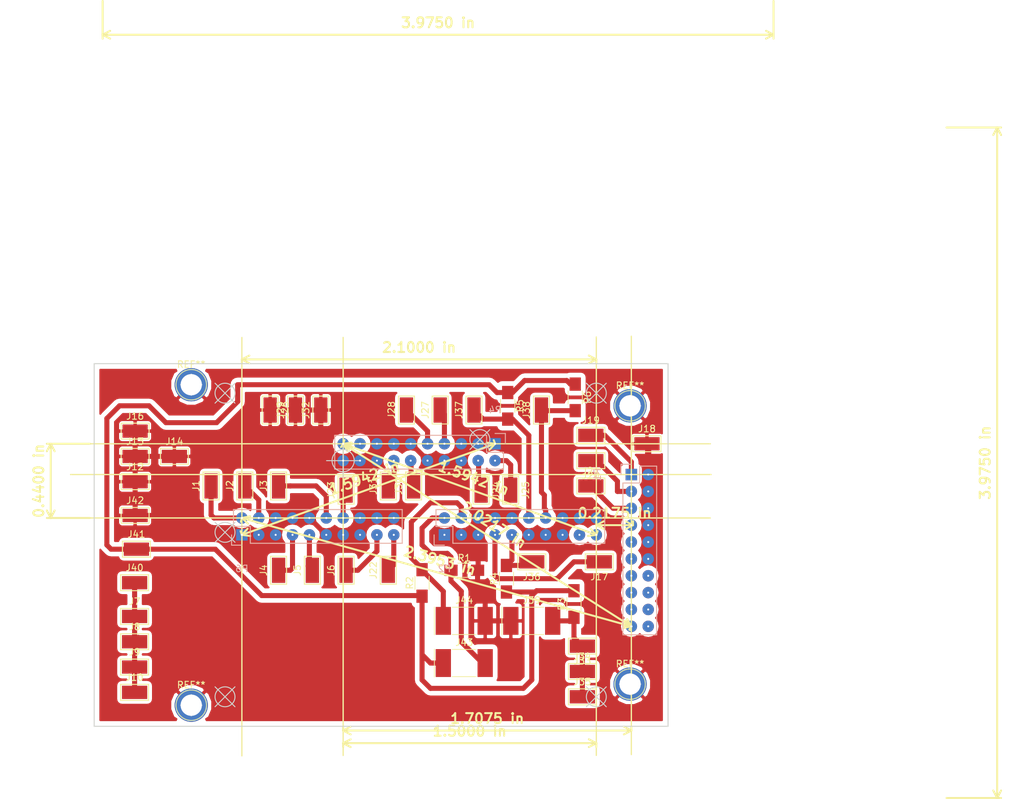
<source format=kicad_pcb>
(kicad_pcb (version 20170123) (host pcbnew no-vcs-found-a20cce0~59~ubuntu17.04.1)
  (title_block (title "3-Axis CNC Cape PCB for Panther Cape (BBB) - 1 Layer") (date 2017-08-15) (rev 0.1) (comment 1 "Focus: Cable fixture, simple, one layer"))
  (layers (0 F.Cu signal) (31 B.Cu signal) (34 B.Paste user) (35 F.Paste user) (36 B.SilkS user) (37 F.SilkS user) (38 B.Mask user) (39 F.Mask user) (44 Edge.Cuts user))
  (net 0 "")
  (net 1 SPINDLE_ENABLE)
  (net 2 DRIVER_SIGNALS-)
  (net 3 SPINDLE_DIR)
  (net 4 SPINDLE_RPM)
  (net 5 EMERGENCY_STOP)
  (net 6 Z_PROBE)
  (net 7 SPINDLE_RPM_FEEDBACK)
  (net 8 X_ALARM)
  (net 9 Y_ALARM)
  (net 10 Z_ALARM)
  (net 11 X_STEP)
  (net 12 X_DIR)
  (net 13 Y_STEP)
  (net 14 Y_DIR)
  (net 15 Z_STEP)
  (net 16 Z_DIR)
  (net 17 X_LIMIT_MIN)
  (net 18 X_LIMIT_MAX)
  (net 19 Y_LIMIT_MIN)
  (net 20 Y_LIMIT_MAX)
  (net 21 X_HOME)
  (net 22 Z_LIMIT_MAX)
  (net 23 Y_HOME)
  (net 24 Z_LIMIT_MIN)
  (net 25 PC+)
  (net 26 DRIVER_ENABLE)
  (net 27 SENSORS+)
  (module conn20-small-drills:Socket_Strip_Straight_2x10 (layer B.Cu) (at 109.4105 131.6355 270)
    (fp_text reference P1 (at 0 5.1 270) (layer B.SilkS) (effects (justify mirror)))
    (fp_text value "OUT2 P4")
    (pad 20 thru_hole oval (at 22.86 -2.54 270) (size 1.7272 1.7272) (drill 0.3) (layers *.Cu *.Mask))
    (pad 19 thru_hole oval (at 22.86 0 270) (size 1.7272 1.7272) (drill 0.3) (layers *.Cu *.Mask))
    (pad 18 thru_hole oval (at 20.32 -2.54 270) (size 1.7272 1.7272) (drill 0.3) (layers *.Cu *.Mask))
    (pad 17 thru_hole oval (at 20.32 0 270) (size 1.7272 1.7272) (drill 0.3) (layers *.Cu *.Mask))
    (pad 16 thru_hole oval (at 17.78 -2.54 270) (size 1.7272 1.7272) (drill 0.3) (layers *.Cu *.Mask))
    (pad 15 thru_hole oval (at 17.78 0 270) (size 1.7272 1.7272) (drill 0.3) (layers *.Cu *.Mask))
    (pad 14 thru_hole oval (at 15.24 -2.54 270) (size 1.7272 1.7272) (drill 0.3) (layers *.Cu *.Mask))
    (pad 13 thru_hole oval (at 15.24 0 270) (size 1.7272 1.7272) (drill 0.3) (layers *.Cu *.Mask))
    (pad 12 thru_hole oval (at 12.7 -2.54 270) (size 1.7272 1.7272) (drill 0.3) (layers *.Cu *.Mask) (net 2 DRIVER_SIGNALS-))
    (pad 11 thru_hole oval (at 12.7 0 270) (size 1.7272 1.7272) (drill 0.3) (layers *.Cu *.Mask))
    (pad 10 thru_hole oval (at 10.16 -2.54 270) (size 1.7272 1.7272) (drill 0.3) (layers *.Cu *.Mask) (net 2 DRIVER_SIGNALS-))
    (pad 9 thru_hole oval (at 10.16 0 270) (size 1.7272 1.7272) (drill 0.3) (layers *.Cu *.Mask))
    (pad 8 thru_hole oval (at 7.62 -2.54 270) (size 1.7272 1.7272) (drill 0.3) (layers *.Cu *.Mask) (net 2 DRIVER_SIGNALS-))
    (pad 7 thru_hole oval (at 7.62 0 270) (size 1.7272 1.7272) (drill 0.3) (layers *.Cu *.Mask))
    (pad 6 thru_hole oval (at 5.08 -2.54 270) (size 1.7272 1.7272) (drill 0.3) (layers *.Cu *.Mask) (net 2 DRIVER_SIGNALS-))
    (pad 5 thru_hole oval (at 5.08 0 270) (size 1.7272 1.7272) (drill 0.3) (layers *.Cu *.Mask) (net 4 SPINDLE_RPM))
    (pad 4 thru_hole oval (at 2.54 -2.54 270) (size 1.7272 1.7272) (drill 0.3) (layers *.Cu *.Mask) (net 2 DRIVER_SIGNALS-))
    (pad 3 thru_hole circle (at 2.54 0 270) (size 1.7272 1.7272) (drill 0.3) (layers *.Cu *.Mask) (net 3 SPINDLE_DIR))
    (pad 2 thru_hole oval (at 0 -2.54 270) (size 1.7272 1.7272) (drill 0.3) (layers *.Cu *.Mask) (net 2 DRIVER_SIGNALS-))
    (pad 1 thru_hole rect (at 0 0 270) (size 1.7272 1.7272) (drill 0.3) (layers *.Cu *.Mask) (net 1 SPINDLE_ENABLE))
  )
  (module conn20-small-drills:Socket_Strip_Straight_2x10 (layer B.Cu) (at 81.28 140.716)
    (fp_text reference P2 (at 0 5.1) (layer B.SilkS) (effects (justify mirror)))
    (fp_text value "IN2 P2")
    (pad 20 thru_hole oval (at 22.86 -2.54) (size 1.7272 1.7272) (drill 0.3) (layers *.Cu *.Mask) (net 2 DRIVER_SIGNALS-))
    (pad 19 thru_hole oval (at 22.86 0) (size 1.7272 1.7272) (drill 0.3) (layers *.Cu *.Mask))
    (pad 18 thru_hole oval (at 20.32 -2.54) (size 1.7272 1.7272) (drill 0.3) (layers *.Cu *.Mask) (net 2 DRIVER_SIGNALS-))
    (pad 17 thru_hole oval (at 20.32 0) (size 1.7272 1.7272) (drill 0.3) (layers *.Cu *.Mask))
    (pad 16 thru_hole oval (at 17.78 -2.54) (size 1.7272 1.7272) (drill 0.3) (layers *.Cu *.Mask) (net 2 DRIVER_SIGNALS-))
    (pad 15 thru_hole oval (at 17.78 0) (size 1.7272 1.7272) (drill 0.3) (layers *.Cu *.Mask) (net 2 DRIVER_SIGNALS-))
    (pad 14 thru_hole oval (at 15.24 -2.54) (size 1.7272 1.7272) (drill 0.3) (layers *.Cu *.Mask) (net 10 Z_ALARM))
    (pad 13 thru_hole oval (at 15.24 0) (size 1.7272 1.7272) (drill 0.3) (layers *.Cu *.Mask) (net 2 DRIVER_SIGNALS-))
    (pad 12 thru_hole oval (at 12.7 -2.54) (size 1.7272 1.7272) (drill 0.3) (layers *.Cu *.Mask) (net 9 Y_ALARM))
    (pad 11 thru_hole oval (at 12.7 0) (size 1.7272 1.7272) (drill 0.3) (layers *.Cu *.Mask) (net 2 DRIVER_SIGNALS-))
    (pad 10 thru_hole oval (at 10.16 -2.54) (size 1.7272 1.7272) (drill 0.3) (layers *.Cu *.Mask) (net 2 DRIVER_SIGNALS-))
    (pad 9 thru_hole oval (at 10.16 0) (size 1.7272 1.7272) (drill 0.3) (layers *.Cu *.Mask) (net 8 X_ALARM))
    (pad 8 thru_hole oval (at 7.62 -2.54) (size 1.7272 1.7272) (drill 0.3) (layers *.Cu *.Mask) (net 2 DRIVER_SIGNALS-))
    (pad 7 thru_hole oval (at 7.62 0) (size 1.7272 1.7272) (drill 0.3) (layers *.Cu *.Mask) (net 7 SPINDLE_RPM_FEEDBACK))
    (pad 6 thru_hole oval (at 5.08 -2.54) (size 1.7272 1.7272) (drill 0.3) (layers *.Cu *.Mask) (net 2 DRIVER_SIGNALS-))
    (pad 5 thru_hole oval (at 5.08 0) (size 1.7272 1.7272) (drill 0.3) (layers *.Cu *.Mask) (net 2 DRIVER_SIGNALS-))
    (pad 4 thru_hole oval (at 2.54 -2.54) (size 1.7272 1.7272) (drill 0.3) (layers *.Cu *.Mask) (net 6 Z_PROBE))
    (pad 3 thru_hole circle (at 2.54 0) (size 1.7272 1.7272) (drill 0.3) (layers *.Cu *.Mask) (net 2 DRIVER_SIGNALS-))
    (pad 2 thru_hole oval (at 0 -2.54) (size 1.7272 1.7272) (drill 0.3) (layers *.Cu *.Mask) (net 5 EMERGENCY_STOP))
    (pad 1 thru_hole rect (at 0 0) (size 1.7272 1.7272) (drill 0.3) (layers *.Cu *.Mask) (net 2 DRIVER_SIGNALS-))
  )
  (module conn20-small-drills:Socket_Strip_Straight_2x10 (layer B.Cu) (at 50.8 140.716)
    (fp_text reference P6 (at 0 5.1) (layer B.SilkS) (effects (justify mirror)))
    (fp_text value "IN1 P1")
    (pad 20 thru_hole oval (at 22.86 -2.54) (size 1.7272 1.7272) (drill 0.3) (layers *.Cu *.Mask) (net 2 DRIVER_SIGNALS-))
    (pad 19 thru_hole oval (at 22.86 0) (size 1.7272 1.7272) (drill 0.3) (layers *.Cu *.Mask) (net 24 Z_LIMIT_MIN))
    (pad 18 thru_hole oval (at 20.32 -2.54) (size 1.7272 1.7272) (drill 0.3) (layers *.Cu *.Mask) (net 2 DRIVER_SIGNALS-))
    (pad 17 thru_hole oval (at 20.32 0) (size 1.7272 1.7272) (drill 0.3) (layers *.Cu *.Mask) (net 23 Y_HOME))
    (pad 16 thru_hole oval (at 17.78 -2.54) (size 1.7272 1.7272) (drill 0.3) (layers *.Cu *.Mask) (net 2 DRIVER_SIGNALS-))
    (pad 15 thru_hole oval (at 17.78 0) (size 1.7272 1.7272) (drill 0.3) (layers *.Cu *.Mask) (net 2 DRIVER_SIGNALS-))
    (pad 14 thru_hole oval (at 15.24 -2.54) (size 1.7272 1.7272) (drill 0.3) (layers *.Cu *.Mask) (net 22 Z_LIMIT_MAX))
    (pad 13 thru_hole oval (at 15.24 0) (size 1.7272 1.7272) (drill 0.3) (layers *.Cu *.Mask) (net 2 DRIVER_SIGNALS-))
    (pad 12 thru_hole oval (at 12.7 -2.54) (size 1.7272 1.7272) (drill 0.3) (layers *.Cu *.Mask) (net 21 X_HOME))
    (pad 11 thru_hole oval (at 12.7 0) (size 1.7272 1.7272) (drill 0.3) (layers *.Cu *.Mask) (net 2 DRIVER_SIGNALS-))
    (pad 10 thru_hole oval (at 10.16 -2.54) (size 1.7272 1.7272) (drill 0.3) (layers *.Cu *.Mask) (net 2 DRIVER_SIGNALS-))
    (pad 9 thru_hole oval (at 10.16 0) (size 1.7272 1.7272) (drill 0.3) (layers *.Cu *.Mask) (net 20 Y_LIMIT_MAX))
    (pad 8 thru_hole oval (at 7.62 -2.54) (size 1.7272 1.7272) (drill 0.3) (layers *.Cu *.Mask) (net 2 DRIVER_SIGNALS-))
    (pad 7 thru_hole oval (at 7.62 0) (size 1.7272 1.7272) (drill 0.3) (layers *.Cu *.Mask) (net 19 Y_LIMIT_MIN))
    (pad 6 thru_hole oval (at 5.08 -2.54) (size 1.7272 1.7272) (drill 0.3) (layers *.Cu *.Mask) (net 2 DRIVER_SIGNALS-))
    (pad 5 thru_hole oval (at 5.08 0) (size 1.7272 1.7272) (drill 0.3) (layers *.Cu *.Mask) (net 2 DRIVER_SIGNALS-))
    (pad 4 thru_hole oval (at 2.54 -2.54) (size 1.7272 1.7272) (drill 0.3) (layers *.Cu *.Mask) (net 18 X_LIMIT_MAX))
    (pad 3 thru_hole circle (at 2.54 0) (size 1.7272 1.7272) (drill 0.3) (layers *.Cu *.Mask) (net 2 DRIVER_SIGNALS-))
    (pad 2 thru_hole oval (at 0 -2.54) (size 1.7272 1.7272) (drill 0.3) (layers *.Cu *.Mask) (net 17 X_LIMIT_MIN))
    (pad 1 thru_hole rect (at 0 0) (size 1.7272 1.7272) (drill 0.3) (layers *.Cu *.Mask) (net 2 DRIVER_SIGNALS-))
  )
  (module conn20-small-drills:Socket_Strip_Straight_2x10 (layer B.Cu) (at 88.9 127 180)
    (fp_text reference P4 (at 0 5.1 180) (layer B.SilkS) (effects (justify mirror)))
    (fp_text value "OUT1 P3")
    (pad 20 thru_hole oval (at 22.86 -2.54 180) (size 1.7272 1.7272) (drill 0.3) (layers *.Cu *.Mask) (net 2 DRIVER_SIGNALS-))
    (pad 19 thru_hole oval (at 22.86 0 180) (size 1.7272 1.7272) (drill 0.3) (layers *.Cu *.Mask))
    (pad 18 thru_hole oval (at 20.32 -2.54 180) (size 1.7272 1.7272) (drill 0.3) (layers *.Cu *.Mask) (net 2 DRIVER_SIGNALS-))
    (pad 17 thru_hole oval (at 20.32 0 180) (size 1.7272 1.7272) (drill 0.3) (layers *.Cu *.Mask))
    (pad 16 thru_hole oval (at 17.78 -2.54 180) (size 1.7272 1.7272) (drill 0.3) (layers *.Cu *.Mask) (net 2 DRIVER_SIGNALS-))
    (pad 15 thru_hole oval (at 17.78 0 180) (size 1.7272 1.7272) (drill 0.3) (layers *.Cu *.Mask) (net 2 DRIVER_SIGNALS-))
    (pad 14 thru_hole oval (at 15.24 -2.54 180) (size 1.7272 1.7272) (drill 0.3) (layers *.Cu *.Mask) (net 16 Z_DIR))
    (pad 13 thru_hole oval (at 15.24 0 180) (size 1.7272 1.7272) (drill 0.3) (layers *.Cu *.Mask) (net 2 DRIVER_SIGNALS-))
    (pad 12 thru_hole oval (at 12.7 -2.54 180) (size 1.7272 1.7272) (drill 0.3) (layers *.Cu *.Mask) (net 15 Z_STEP))
    (pad 11 thru_hole oval (at 12.7 0 180) (size 1.7272 1.7272) (drill 0.3) (layers *.Cu *.Mask) (net 2 DRIVER_SIGNALS-))
    (pad 10 thru_hole oval (at 10.16 -2.54 180) (size 1.7272 1.7272) (drill 0.3) (layers *.Cu *.Mask) (net 2 DRIVER_SIGNALS-))
    (pad 9 thru_hole oval (at 10.16 0 180) (size 1.7272 1.7272) (drill 0.3) (layers *.Cu *.Mask) (net 14 Y_DIR))
    (pad 8 thru_hole oval (at 7.62 -2.54 180) (size 1.7272 1.7272) (drill 0.3) (layers *.Cu *.Mask) (net 2 DRIVER_SIGNALS-))
    (pad 7 thru_hole oval (at 7.62 0 180) (size 1.7272 1.7272) (drill 0.3) (layers *.Cu *.Mask) (net 13 Y_STEP))
    (pad 6 thru_hole oval (at 5.08 -2.54 180) (size 1.7272 1.7272) (drill 0.3) (layers *.Cu *.Mask) (net 2 DRIVER_SIGNALS-))
    (pad 5 thru_hole oval (at 5.08 0 180) (size 1.7272 1.7272) (drill 0.3) (layers *.Cu *.Mask) (net 2 DRIVER_SIGNALS-))
    (pad 4 thru_hole oval (at 2.54 -2.54 180) (size 1.7272 1.7272) (drill 0.3) (layers *.Cu *.Mask) (net 12 X_DIR))
    (pad 3 thru_hole circle (at 2.54 0 180) (size 1.7272 1.7272) (drill 0.3) (layers *.Cu *.Mask) (net 2 DRIVER_SIGNALS-))
    (pad 2 thru_hole oval (at 0 -2.54 180) (size 1.7272 1.7272) (drill 0.3) (layers *.Cu *.Mask) (net 11 X_STEP))
    (pad 1 thru_hole rect (at 0 0 180) (size 1.7272 1.7272) (drill 0.3) (layers *.Cu *.Mask) (net 2 DRIVER_SIGNALS-))
  )
  (module Measurement_Points:Test_Point_Keystone_5019_Minature (layer F.Cu) (at 40.64 128.905)
    (fp_text reference J14 (at 0 -2.25) (layer F.SilkS))
    (fp_text value SENSORS-)
    (pad 1 smd rect (at 0 0) (size 3.8 2) (layers F.Cu F.Paste F.Mask) (net 2 DRIVER_SIGNALS-))
  )
  (module Measurement_Points:Test_Point_Keystone_5019_Minature (layer F.Cu) (at 111.76 127)
    (fp_text reference J18 (at 0 -2.25) (layer F.SilkS))
    (fp_text value SPINDLE_SIGNAL-)
    (pad 1 smd rect (at 0 0) (size 3.8 2) (layers F.Cu F.Paste F.Mask) (net 2 DRIVER_SIGNALS-))
  )
  (module Connectors:1pin (layer F.Cu) (at 109.22 121.285)
    (fp_text reference REF** (at 0 -3.048) (layer F.SilkS))
    (fp_text value 1pin hide)
    (pad 1 thru_hole circle (at 0 0) (size 5 5) (drill 3.2) (layers *.Cu *.Mask) (net 2 DRIVER_SIGNALS-))
  )
  (module Connectors:1pin (layer F.Cu) (at 109.22 163.195)
    (fp_text reference REF** (at 0 -3.048) (layer F.SilkS))
    (fp_text value 1pin hide)
    (pad 1 thru_hole circle (at 0 0) (size 5 5) (drill 3.2) (layers *.Cu *.Mask) (net 2 DRIVER_SIGNALS-))
  )
  (module Connectors:1pin (layer F.Cu) (at 43.18 166.37)
    (fp_text reference REF** (at 0 -3.048) (layer F.SilkS))
    (fp_text value 1pin hide)
    (pad 1 thru_hole circle (at 0 0) (size 5 5) (drill 3.2) (layers *.Cu *.Mask) (net 2 DRIVER_SIGNALS-))
  )
  (module Connectors:1pin (layer F.Cu) (at 43.18 118.11)
    (fp_text reference REF** (at 0 -3.048) (layer F.SilkS))
    (fp_text value 1pin hide)
    (pad 1 thru_hole circle (at 0 0) (size 5 5) (drill 3.2) (layers *.Cu *.Mask) (net 2 DRIVER_SIGNALS-))
  )
  (module Resistors_SMD:R_1206_HandSoldering (layer F.Cu) (at 84.2645 146.05)
    (fp_text reference R1 (at 0 -1.85) (layer F.SilkS))
    (fp_text value 10k)
    (pad 1 smd rect (at -2 0) (size 2 1.7) (layers F.Cu F.Paste F.Mask) (net 5 EMERGENCY_STOP))
    (pad 2 smd rect (at 2 0) (size 2 1.7) (layers F.Cu F.Paste F.Mask) (net 2 DRIVER_SIGNALS-))
  )
  (module Resistors_SMD:R_1206_HandSoldering (layer F.Cu) (at 77.9145 147.955 90)
    (fp_text reference R2 (at 0 -1.85 90) (layer F.SilkS))
    (fp_text value 20k)
    (pad 1 smd rect (at -2 0 90) (size 2 1.7) (layers F.Cu F.Paste F.Mask) (net 25 PC+))
    (pad 2 smd rect (at 2 0 90) (size 2 1.7) (layers F.Cu F.Paste F.Mask) (net 6 Z_PROBE))
  )
  (module Resistors_SMD:R_1206_HandSoldering (layer F.Cu) (at 100.7745 151.13 90)
    (fp_text reference R3 (at 0 -1.85 90) (layer F.SilkS))
    (fp_text value 470R)
    (pad 1 smd rect (at -2 0 90) (size 2 1.7) (layers F.Cu F.Paste F.Mask) (net 26 DRIVER_ENABLE))
    (pad 2 smd rect (at 2 0 90) (size 2 1.7) (layers F.Cu F.Paste F.Mask) (net 25 PC+))
  )
  (module Resistors_SMD:R_1206_HandSoldering (layer F.Cu) (at 90.6145 147.32 90)
    (fp_text reference R4 (at 0 -1.85 90) (layer F.SilkS))
    (fp_text value 1k)
    (pad 1 smd rect (at -2 0 90) (size 2 1.7) (layers F.Cu F.Paste F.Mask) (net 25 PC+))
    (pad 2 smd rect (at 2 0 90) (size 2 1.7) (layers F.Cu F.Paste F.Mask) (net 8 X_ALARM))
  )
  (module Resistors_SMD:R_1206_HandSoldering (layer F.Cu) (at 90.805 121.285 270)
    (fp_text reference R5 (at 0 -1.85 270) (layer F.SilkS))
    (fp_text value 1k)
    (pad 1 smd rect (at -2 0 270) (size 2 1.7) (layers F.Cu F.Paste F.Mask) (net 25 PC+))
    (pad 2 smd rect (at 2 0 270) (size 2 1.7) (layers F.Cu F.Paste F.Mask) (net 9 Y_ALARM))
  )
  (module Resistors_SMD:R_1206_HandSoldering (layer F.Cu) (at 100.965 120.015 270)
    (fp_text reference R6 (at 0 -1.85 270) (layer F.SilkS))
    (fp_text value 1k)
    (pad 1 smd rect (at -2 0 270) (size 2 1.7) (layers F.Cu F.Paste F.Mask) (net 25 PC+))
    (pad 2 smd rect (at 2 0 270) (size 2 1.7) (layers F.Cu F.Paste F.Mask) (net 10 Z_ALARM))
  )
  (module Measurement_Points:Test_Point_Keystone_5019_Minature (layer F.Cu) (at 46.1645 133.35 90)
    (fp_text reference J1 (at 0 -2.25 90) (layer F.SilkS))
    (fp_text value X_LIMIT_MIN)
    (pad 1 smd rect (at 0 0 90) (size 3.8 2) (layers F.Cu F.Paste F.Mask) (net 17 X_LIMIT_MIN))
  )
  (module Measurement_Points:Test_Point_Keystone_5019_Minature (layer F.Cu) (at 51.2445 133.35 90)
    (fp_text reference J2 (at 0 -2.25 90) (layer F.SilkS))
    (fp_text value X_LIMIT_MAX)
    (pad 1 smd rect (at 0 0 90) (size 3.8 2) (layers F.Cu F.Paste F.Mask) (net 18 X_LIMIT_MAX))
  )
  (module Measurement_Points:Test_Point_Keystone_5019_Minature (layer F.Cu) (at 56.3245 133.35 90)
    (fp_text reference J3 (at 0 -2.25 90) (layer F.SilkS))
    (fp_text value X_HOME)
    (pad 1 smd rect (at 0 0 90) (size 3.8 2) (layers F.Cu F.Paste F.Mask) (net 21 X_HOME))
  )
  (module Measurement_Points:Test_Point_Keystone_5019_Minature (layer F.Cu) (at 56.3245 146.05 90)
    (fp_text reference J4 (at 0 -2.25 90) (layer F.SilkS))
    (fp_text value Y_LIMIT_MIN)
    (pad 1 smd rect (at 0 0 90) (size 3.8 2) (layers F.Cu F.Paste F.Mask) (net 19 Y_LIMIT_MIN))
  )
  (module Measurement_Points:Test_Point_Keystone_5019_Minature (layer F.Cu) (at 61.4045 146.05 90)
    (fp_text reference J5 (at 0 -2.25 90) (layer F.SilkS))
    (fp_text value Y_LIMIT_MAX)
    (pad 1 smd rect (at 0 0 90) (size 3.8 2) (layers F.Cu F.Paste F.Mask) (net 20 Y_LIMIT_MAX))
  )
  (module Measurement_Points:Test_Point_Keystone_5019_Minature (layer F.Cu) (at 66.4845 146.05 90)
    (fp_text reference J6 (at 0 -2.25 90) (layer F.SilkS))
    (fp_text value Y_HOME)
    (pad 1 smd rect (at 0 0 90) (size 3.8 2) (layers F.Cu F.Paste F.Mask) (net 23 Y_HOME))
  )
  (module Measurement_Points:Test_Point_Keystone_5019_Minature (layer F.Cu) (at 34.655877 153.002515)
    (fp_text reference J7 (at 0 -2.25) (layer F.SilkS))
    (fp_text value SENSORS+)
    (pad 1 smd rect (at 0 0) (size 3.8 2) (layers F.Cu F.Paste F.Mask) (net 27 SENSORS+))
  )
  (module Measurement_Points:Test_Point_Keystone_5019_Minature (layer F.Cu) (at 34.655877 156.812515)
    (fp_text reference J8 (at 0 -2.25) (layer F.SilkS))
    (fp_text value SENSORS+)
    (pad 1 smd rect (at 0 0) (size 3.8 2) (layers F.Cu F.Paste F.Mask) (net 27 SENSORS+))
  )
  (module Measurement_Points:Test_Point_Keystone_5019_Minature (layer F.Cu) (at 34.655877 160.622515)
    (fp_text reference J9 (at 0 -2.25) (layer F.SilkS))
    (fp_text value SENSORS+)
    (pad 1 smd rect (at 0 0) (size 3.8 2) (layers F.Cu F.Paste F.Mask) (net 27 SENSORS+))
  )
  (module Measurement_Points:Test_Point_Keystone_5019_Minature (layer F.Cu) (at 34.655877 164.432515)
    (fp_text reference J10 (at 0 -2.25) (layer F.SilkS))
    (fp_text value SENSORS+)
    (pad 1 smd rect (at 0 0) (size 3.8 2) (layers F.Cu F.Paste F.Mask) (net 27 SENSORS+))
  )
  (module Measurement_Points:Test_Point_Keystone_5019_Minature (layer F.Cu) (at 34.7345 132.715)
    (fp_text reference J12 (at 0 -2.25) (layer F.SilkS))
    (fp_text value SENSORS-)
    (pad 1 smd rect (at 0 0) (size 3.8 2) (layers F.Cu F.Paste F.Mask) (net 2 DRIVER_SIGNALS-))
  )
  (module Measurement_Points:Test_Point_Keystone_5019_Minature (layer F.Cu) (at 34.7345 128.905)
    (fp_text reference J13 (at 0 -2.25) (layer F.SilkS))
    (fp_text value SENSORS-)
    (pad 1 smd rect (at 0 0) (size 3.8 2) (layers F.Cu F.Paste F.Mask) (net 2 DRIVER_SIGNALS-))
  )
  (module Measurement_Points:Test_Point_Keystone_5019_Minature (layer F.Cu) (at 34.7345 125.095)
    (fp_text reference J16 (at 0 -2.25) (layer F.SilkS))
    (fp_text value SENSORS-)
    (pad 1 smd rect (at 0 0) (size 3.8 2) (layers F.Cu F.Paste F.Mask) (net 2 DRIVER_SIGNALS-))
  )
  (module Measurement_Points:Test_Point_Keystone_5019_Minature (layer F.Cu) (at 104.5845 144.78 180)
    (fp_text reference J17 (at 0 -2.25 180) (layer F.SilkS))
    (fp_text value SPINDLE_FEEDBACK)
    (pad 1 smd rect (at 0 0 180) (size 3.8 2) (layers F.Cu F.Paste F.Mask) (net 7 SPINDLE_RPM_FEEDBACK))
  )
  (module Measurement_Points:Test_Point_Keystone_5019_Minature (layer F.Cu) (at 103.3145 125.73)
    (fp_text reference J19 (at 0 -2.25) (layer F.SilkS))
    (fp_text value SPINDLE_ENABLE)
    (pad 1 smd rect (at 0 0) (size 3.8 2) (layers F.Cu F.Paste F.Mask) (net 1 SPINDLE_ENABLE))
  )
  (module Measurement_Points:Test_Point_Keystone_5019_Minature (layer F.Cu) (at 103.3145 129.54 180)
    (fp_text reference J20 (at 0 -2.25 180) (layer F.SilkS))
    (fp_text value SPINDLE_DIR)
    (pad 1 smd rect (at 0 0 180) (size 3.8 2) (layers F.Cu F.Paste F.Mask) (net 3 SPINDLE_DIR))
  )
  (module Measurement_Points:Test_Point_Keystone_5019_Minature (layer F.Cu) (at 103.3145 133.35)
    (fp_text reference J21 (at 0 -2.25) (layer F.SilkS))
    (fp_text value SPINDLE_RPM)
    (pad 1 smd rect (at 0 0) (size 3.8 2) (layers F.Cu F.Paste F.Mask) (net 4 SPINDLE_RPM))
  )
  (module Measurement_Points:Test_Point_Keystone_5019_Minature (layer F.Cu) (at 72.8345 146.05 90)
    (fp_text reference J22 (at 0 -2.25 90) (layer F.SilkS))
    (fp_text value Z_LIMIT_MIN)
    (pad 1 smd rect (at 0 0 90) (size 3.8 2) (layers F.Cu F.Paste F.Mask) (net 24 Z_LIMIT_MIN))
  )
  (module Measurement_Points:Test_Point_Keystone_5019_Minature (layer F.Cu) (at 66.4845 133.985 90)
    (fp_text reference J23 (at 0 -2.25 90) (layer F.SilkS))
    (fp_text value Z_LIMIT_MAX)
    (pad 1 smd rect (at 0 0 90) (size 3.8 2) (layers F.Cu F.Paste F.Mask) (net 22 Z_LIMIT_MAX))
  )
  (module Measurement_Points:Test_Point_Keystone_5019_Minature (layer F.Cu) (at 86.8045 133.985 270)
    (fp_text reference J24 (at 0 -2.25 270) (layer F.SilkS))
    (fp_text value X_DIR)
    (pad 1 smd rect (at 0 0 270) (size 3.8 2) (layers F.Cu F.Paste F.Mask) (net 12 X_DIR))
  )
  (module Measurement_Points:Test_Point_Keystone_5019_Minature (layer F.Cu) (at 91.2495 133.985 270)
    (fp_text reference J25 (at 0 -2.25 270) (layer F.SilkS))
    (fp_text value X_STEP)
    (pad 1 smd rect (at 0 0 270) (size 3.8 2) (layers F.Cu F.Paste F.Mask) (net 11 X_STEP))
  )
  (module Measurement_Points:Test_Point_Keystone_5019_Minature (layer F.Cu) (at 55.0545 121.92 270)
    (fp_text reference J26 (at 0 -2.25 270) (layer F.SilkS))
    (fp_text value DRIVER_SIGNALS-)
    (pad 1 smd rect (at 0 0 270) (size 3.8 2) (layers F.Cu F.Paste F.Mask) (net 2 DRIVER_SIGNALS-))
  )
  (module Measurement_Points:Test_Point_Keystone_5019_Minature (layer F.Cu) (at 80.645 121.92 90)
    (fp_text reference J27 (at 0 -2.25 90) (layer F.SilkS))
    (fp_text value Y_DIR)
    (pad 1 smd rect (at 0 0 90) (size 3.8 2) (layers F.Cu F.Paste F.Mask) (net 13 Y_STEP))
  )
  (module Measurement_Points:Test_Point_Keystone_5019_Minature (layer F.Cu) (at 75.565 121.92 90)
    (fp_text reference J28 (at 0 -2.25 90) (layer F.SilkS))
    (fp_text value Y_STEP)
    (pad 1 smd rect (at 0 0 90) (size 3.8 2) (layers F.Cu F.Paste F.Mask) (net 14 Y_DIR))
  )
  (module Measurement_Points:Test_Point_Keystone_5019_Minature (layer F.Cu) (at 58.8645 121.92 90)
    (fp_text reference J29 (at 0 -2.25 90) (layer F.SilkS))
    (fp_text value DRIVER_SIGNALS-)
    (pad 1 smd rect (at 0 0 90) (size 3.8 2) (layers F.Cu F.Paste F.Mask) (net 2 DRIVER_SIGNALS-))
  )
  (module Measurement_Points:Test_Point_Keystone_5019_Minature (layer F.Cu) (at 76.6445 133.35 90)
    (fp_text reference J30 (at 0 -2.25 90) (layer F.SilkS))
    (fp_text value Z_DIR)
    (pad 1 smd rect (at 0 0 90) (size 3.8 2) (layers F.Cu F.Paste F.Mask) (net 15 Z_STEP))
  )
  (module Measurement_Points:Test_Point_Keystone_5019_Minature (layer F.Cu) (at 72.8345 133.35 90)
    (fp_text reference J31 (at 0 -2.25 90) (layer F.SilkS))
    (fp_text value Z_STEP)
    (pad 1 smd rect (at 0 0 90) (size 3.8 2) (layers F.Cu F.Paste F.Mask) (net 16 Z_DIR))
  )
  (module Measurement_Points:Test_Point_Keystone_5019_Minature (layer F.Cu) (at 62.6745 121.92 90)
    (fp_text reference J32 (at 0 -2.25 90) (layer F.SilkS))
    (fp_text value DRIVER_SIGNALS-)
    (pad 1 smd rect (at 0 0 90) (size 3.8 2) (layers F.Cu F.Paste F.Mask) (net 2 DRIVER_SIGNALS-))
  )
  (module Measurement_Points:Test_Point_Keystone_5019_Minature (layer F.Cu) (at 102.0445 157.48 180)
    (fp_text reference J33 (at 0 -2.25 180) (layer F.SilkS))
    (fp_text value DRIVER_ENABLE)
    (pad 1 smd rect (at 0 0 180) (size 3.8 2) (layers F.Cu F.Paste F.Mask) (net 26 DRIVER_ENABLE))
  )
  (module Measurement_Points:Test_Point_Keystone_5019_Minature (layer F.Cu) (at 102.0445 161.29)
    (fp_text reference J34 (at 0 -2.25) (layer F.SilkS))
    (fp_text value DRIVER_ENABLE)
    (pad 1 smd rect (at 0 0) (size 3.8 2) (layers F.Cu F.Paste F.Mask) (net 26 DRIVER_ENABLE))
  )
  (module Measurement_Points:Test_Point_Keystone_5019_Minature (layer F.Cu) (at 102.0445 165.1)
    (fp_text reference J35 (at 0 -2.25) (layer F.SilkS))
    (fp_text value DRIVER_ENABLE)
    (pad 1 smd rect (at 0 0) (size 3.8 2) (layers F.Cu F.Paste F.Mask) (net 26 DRIVER_ENABLE))
  )
  (module Measurement_Points:Test_Point_Keystone_5019_Minature (layer F.Cu) (at 94.4245 144.78 180)
    (fp_text reference J36 (at 0 -2.25 180) (layer F.SilkS))
    (fp_text value X_ALARM)
    (pad 1 smd rect (at 0 0 180) (size 3.8 2) (layers F.Cu F.Paste F.Mask) (net 8 X_ALARM))
  )
  (module Measurement_Points:Test_Point_Keystone_5019_Minature (layer F.Cu) (at 85.725 121.92 90)
    (fp_text reference J37 (at 0 -2.25 90) (layer F.SilkS))
    (fp_text value Y_ALARM)
    (pad 1 smd rect (at 0 0 90) (size 3.8 2) (layers F.Cu F.Paste F.Mask) (net 9 Y_ALARM))
  )
  (module Measurement_Points:Test_Point_Keystone_5019_Minature (layer F.Cu) (at 95.885 121.92 90)
    (fp_text reference J38 (at 0 -2.25 90) (layer F.SilkS))
    (fp_text value Z_ALARM)
    (pad 1 smd rect (at 0 0 90) (size 3.8 2) (layers F.Cu F.Paste F.Mask) (net 10 Z_ALARM))
  )
  (module Measurement_Points:Test_Point_Keystone_5019_Minature (layer F.Cu) (at 34.655877 147.922515)
    (fp_text reference J40 (at 0 -2.25) (layer F.SilkS))
    (fp_text value SENSORS+)
    (pad 1 smd rect (at 0 0) (size 3.8 2) (layers F.Cu F.Paste F.Mask) (net 27 SENSORS+))
  )
  (module Measurement_Points:Test_Point_Keystone_5019_Minature (layer F.Cu) (at 34.925 142.875)
    (fp_text reference J41 (at 0 -2.25) (layer F.SilkS))
    (fp_text value PC+)
    (pad 1 smd rect (at 0 0) (size 3.8 2) (layers F.Cu F.Paste F.Mask) (net 25 PC+))
  )
  (module Measurement_Points:Test_Point_Keystone_5019_Minature (layer F.Cu) (at 34.7345 137.795)
    (fp_text reference J42 (at 0 -2.25) (layer F.SilkS))
    (fp_text value GND)
    (pad 1 smd rect (at 0 0) (size 3.8 2) (layers F.Cu F.Paste F.Mask) (net 2 DRIVER_SIGNALS-))
  )
  (module Crystals:Crystal_SMD_MicroCrystal_CC1V-T1A-2pin_8.0x3.7mm (layer F.Cu) (at 84.2645 160.02)
    (fp_text reference J43 (at 0 -3.1) (layer F.SilkS))
    (fp_text value EMERGENCY_STOP_SWITCH)
    (pad 2 smd rect (at 3.15 0) (size 2.3 4.2) (layers F.Cu F.Mask) (net 5 EMERGENCY_STOP))
    (pad 1 smd rect (at -3.15 0) (size 2.3 4.2) (layers F.Cu F.Mask) (net 25 PC+))
  )
  (module Crystals:Crystal_SMD_MicroCrystal_CC1V-T1A-2pin_8.0x3.7mm (layer F.Cu) (at 84.2645 153.67)
    (fp_text reference J44 (at 0 -3.1) (layer F.SilkS))
    (fp_text value Z_PROBE_LIMIT_SWITCH)
    (pad 1 smd rect (at -3.15 0) (size 2.3 4.2) (layers F.Cu F.Mask) (net 6 Z_PROBE))
    (pad 2 smd rect (at 3.15 0) (size 2.3 4.2) (layers F.Cu F.Mask) (net 2 DRIVER_SIGNALS-))
  )
  (module Crystals:Crystal_SMD_MicroCrystal_CC1V-T1A-2pin_8.0x3.7mm (layer F.Cu) (at 94.4245 153.67)
    (fp_text reference J39 (at 0 -3.1) (layer F.SilkS))
    (fp_text value DRIVER_ENABLE_SWITCH)
    (pad 1 smd rect (at -3.15 0) (size 2.3 4.2) (layers F.Cu F.Mask) (net 2 DRIVER_SIGNALS-))
    (pad 2 smd rect (at 3.15 0) (size 2.3 4.2) (layers F.Cu F.Mask) (net 26 DRIVER_ENABLE))
  )
  (dimension 100.965 (width 0.3) (layer F.SilkS) (gr_text "100,965 mm" (at 165.815 129.8575 270) (layer F.SilkS) (effects (font (size 1.5 1.5) (thickness 0.3)))) (feature1 (pts (xy 156.845 180.34) (xy 167.165 180.34))) (feature2 (pts (xy 156.845 79.375) (xy 167.165 79.375))) (crossbar (pts (xy 164.465 79.375) (xy 164.465 180.34))) (arrow1a (pts (xy 164.465 180.34) (xy 163.878579 179.213496))) (arrow1b (pts (xy 164.465 180.34) (xy 165.051421 179.213496))) (arrow2a (pts (xy 164.465 79.375) (xy 163.878579 80.501504))) (arrow2b (pts (xy 164.465 79.375) (xy 165.051421 80.501504))))
  (dimension 100.965 (width 0.3) (layer F.SilkS) (gr_text "100,965 mm" (at 80.3275 66.755) (layer F.SilkS) (effects (font (size 1.5 1.5) (thickness 0.3)))) (feature1 (pts (xy 130.81 60.325) (xy 130.81 68.105))) (feature2 (pts (xy 29.845 60.325) (xy 29.845 68.105))) (crossbar (pts (xy 29.845 65.405) (xy 130.81 65.405))) (arrow1a (pts (xy 130.81 65.405) (xy 129.683496 65.991421))) (arrow1b (pts (xy 130.81 65.405) (xy 129.683496 64.818579))) (arrow2a (pts (xy 29.845 65.405) (xy 30.971504 65.991421))) (arrow2b (pts (xy 29.845 65.405) (xy 30.971504 64.818579))))
  (dimension 53.34 (width 0.3) (layer F.SilkS) (gr_text "53,340 mm" (at 77.47 114.3) (layer F.SilkS) (effects (font (size 1.5 1.5) (thickness 0.3)))) (feature1 (pts (xy 104.14 114.3) (xy 104.14 114.3))) (feature2 (pts (xy 50.8 114.3) (xy 50.8 114.3))) (crossbar (pts (xy 50.8 114.3) (xy 104.14 114.3))) (arrow1a (pts (xy 104.14 114.3) (xy 103.013496 114.886421))) (arrow1b (pts (xy 104.14 114.3) (xy 103.013496 113.713579))) (arrow2a (pts (xy 50.8 114.3) (xy 51.926504 114.886421))) (arrow2b (pts (xy 50.8 114.3) (xy 51.926504 113.713579))))
  (gr_line (start 50.8 173.99) (end 50.8 110.997712) (layer F.SilkS) (width 0.2))
  (dimension 38.1 (width 0.3) (layer F.SilkS) (gr_text "38,100 mm" (at 85.09 172.085) (layer F.SilkS) (effects (font (size 1.5 1.5) (thickness 0.3)))) (feature1 (pts (xy 104.14 172.085) (xy 104.14 172.085))) (feature2 (pts (xy 66.04 172.085) (xy 66.04 172.085))) (crossbar (pts (xy 66.04 172.085) (xy 104.14 172.085))) (arrow1a (pts (xy 104.14 172.085) (xy 103.013496 172.671421))) (arrow1b (pts (xy 104.14 172.085) (xy 103.013496 171.498579))) (arrow2a (pts (xy 66.04 172.085) (xy 67.166504 172.671421))) (arrow2b (pts (xy 66.04 172.085) (xy 67.166504 171.498579))))
  (dimension 43.3705 (width 0.3) (layer F.SilkS) (gr_text "43,370 mm" (at 87.72525 170.18) (layer F.SilkS) (effects (font (size 1.5 1.5) (thickness 0.3)))) (feature1 (pts (xy 66.04 170.18) (xy 66.04 170.18))) (feature2 (pts (xy 109.4105 170.18) (xy 109.4105 170.18))) (crossbar (pts (xy 109.4105 170.18) (xy 66.04 170.18))) (arrow1a (pts (xy 66.04 170.18) (xy 67.166504 169.593579))) (arrow1b (pts (xy 66.04 170.18) (xy 67.166504 170.766421))) (arrow2a (pts (xy 109.4105 170.18) (xy 108.283996 169.593579))) (arrow2b (pts (xy 109.4105 170.18) (xy 108.283996 170.766421))))
  (dimension 60.840092 (width 0.3) (layer F.SilkS) (gr_text "60,840 mm" (at 80.10525 146.33575 344.4406773) (layer F.SilkS) (effects (font (size 1.5 1.5) (thickness 0.3)))) (feature1 (pts (xy 109.4105 154.4955) (xy 109.4105 154.4955))) (feature2 (pts (xy 50.8 138.176) (xy 50.8 138.176))) (crossbar (pts (xy 50.8 138.176) (xy 109.4105 154.4955))) (arrow1a (pts (xy 109.4105 154.4955) (xy 108.16798 154.758262))) (arrow1b (pts (xy 109.4105 154.4955) (xy 108.482578 153.628401))) (arrow2a (pts (xy 50.8 138.176) (xy 51.727922 139.043099))) (arrow2b (pts (xy 50.8 138.176) (xy 52.04252 137.913238))))
  (dimension 51.351755 (width 0.3) (layer F.SilkS) (gr_text "51,352 mm" (at 87.72525 140.74775 327.6266191) (layer F.SilkS) (effects (font (size 1.5 1.5) (thickness 0.3)))) (feature1 (pts (xy 109.4105 154.4955) (xy 109.4105 154.4955))) (feature2 (pts (xy 66.04 127) (xy 66.04 127))) (crossbar (pts (xy 66.04 127) (xy 109.4105 154.4955))) (arrow1a (pts (xy 109.4105 154.4955) (xy 108.145091 154.387608))) (arrow1b (pts (xy 109.4105 154.4955) (xy 108.773071 153.397054))) (arrow2a (pts (xy 66.04 127) (xy 66.677429 128.098446))) (arrow2b (pts (xy 66.04 127) (xy 67.305409 127.107892))))
  (dimension 11.176 (width 0.3) (layer F.SilkS) (gr_text "11,176 mm" (at 20.6845 132.588 90) (layer F.SilkS) (effects (font (size 1.5 1.5) (thickness 0.3)))) (feature1 (pts (xy 27.94 127) (xy 19.3345 127))) (feature2 (pts (xy 27.94 138.176) (xy 19.3345 138.176))) (crossbar (pts (xy 22.0345 138.176) (xy 22.0345 127))) (arrow1a (pts (xy 22.0345 127) (xy 22.620921 128.126504))) (arrow1b (pts (xy 22.0345 127) (xy 21.448079 128.126504))) (arrow2a (pts (xy 22.0345 138.176) (xy 22.620921 137.049496))) (arrow2b (pts (xy 22.0345 138.176) (xy 21.448079 137.049496))))
  (dimension 5.5245 (width 0.3) (layer F.SilkS) (gr_text "5,524 mm" (at 106.90225 139.2555) (layer F.SilkS) (effects (font (size 1.5 1.5) (thickness 0.3)))) (feature1 (pts (xy 104.14 139.2555) (xy 104.14 139.2555))) (feature2 (pts (xy 109.6645 139.2555) (xy 109.6645 139.2555))) (crossbar (pts (xy 109.6645 139.2555) (xy 104.14 139.2555))) (arrow1a (pts (xy 104.14 139.2555) (xy 105.266504 138.669079))) (arrow1b (pts (xy 104.14 139.2555) (xy 105.266504 139.841921))) (arrow2a (pts (xy 109.6645 139.2555) (xy 108.537996 138.669079))) (arrow2b (pts (xy 109.6645 139.2555) (xy 108.537996 139.841921))))
  (dimension 40.493687 (width 0.3) (layer F.SilkS) (gr_text "40,494 mm" (at 85.09 133.858 -19.79887635) (layer F.SilkS) (effects (font (size 1.5 1.5) (thickness 0.3)))) (feature1 (pts (xy 66.04 127) (xy 66.04 127))) (feature2 (pts (xy 104.14 140.716) (xy 104.14 140.716))) (crossbar (pts (xy 104.14 140.716) (xy 66.04 127))) (arrow1a (pts (xy 66.04 127) (xy 67.298545 126.829813))) (arrow1b (pts (xy 66.04 127) (xy 66.901281 127.933325))) (arrow2a (pts (xy 104.14 140.716) (xy 103.278719 139.782675))) (arrow2b (pts (xy 104.14 140.716) (xy 102.881455 140.886187))))
  (dimension 40.493687 (width 0.3) (layer F.SilkS) (gr_text "40,494 mm" (at 69.85 133.858 19.79887635) (layer F.SilkS) (effects (font (size 1.5 1.5) (thickness 0.3)))) (feature1 (pts (xy 50.8 140.716) (xy 50.8 140.716))) (feature2 (pts (xy 88.9 127) (xy 88.9 127))) (crossbar (pts (xy 88.9 127) (xy 50.8 140.716))) (arrow1a (pts (xy 50.8 140.716) (xy 51.661281 139.782675))) (arrow1b (pts (xy 50.8 140.716) (xy 52.058545 140.886187))) (arrow2a (pts (xy 88.9 127) (xy 87.641455 126.829813))) (arrow2b (pts (xy 88.9 127) (xy 88.038719 127.933325))))
  (gr_line (start 121.412 131.6355) (end 25.019 131.6355) (layer F.SilkS) (width 0.2))
  (gr_line (start 109.4105 110.8075) (end 109.4105 173.7995) (layer F.SilkS) (width 0.2))
  (gr_line (start 104.14 110.925572) (end 104.14 173.926628) (layer F.SilkS) (width 0.2))
  (gr_line (start 25.08248 138.176) (end 121.285186 138.176) (layer F.SilkS) (width 0.2))
  (target plus (at 66.04 129.54) (size 5) (width 0.15) (layer Edge.Cuts))
  (gr_line (start 25.146 127) (end 121.302634 127) (layer F.SilkS) (width 0.2))
  (gr_line (start 66.04 110.987849) (end 66.04 173.932778) (layer F.SilkS) (width 0.2))
  (target x (at 48.26 119.38) (size 3) (width 0.15) (layer Edge.Cuts))
  (target x (at 104.14 119.38) (size 3) (width 0.15) (layer Edge.Cuts))
  (target x (at 104.14 165.1) (size 3) (width 0.15) (layer Edge.Cuts))
  (target x (at 48.26 165.1) (size 3) (width 0.15) (layer Edge.Cuts))
  (target x (at 48.26 140.335) (size 3) (width 0.15) (layer Edge.Cuts))
  (target x (at 86.614 126.365) (size 3) (width 0.15) (layer Edge.Cuts))
  (target plus (at 109.22 121.285) (size 3.2) (width 0.15) (layer Edge.Cuts))
  (target plus (at 109.22 163.195) (size 3.2) (width 0.15) (layer Edge.Cuts))
  (target plus (at 43.18 118.11) (size 3.2) (width 0.15) (layer Edge.Cuts))
  (target plus (at 43.18 166.37) (size 3.2) (width 0.15) (layer Edge.Cuts))
  (gr_line (start 28.575 169.545) (end 28.575 114.935) (angle 90) (layer Edge.Cuts) (width 0.15))
  (gr_line (start 114.935 169.545) (end 28.575 169.545) (angle 90) (layer Edge.Cuts) (width 0.15))
  (gr_line (start 114.935 114.935) (end 114.935 169.545) (angle 90) (layer Edge.Cuts) (width 0.15))
  (gr_line (start 28.575 114.935) (end 114.935 114.935) (angle 90) (layer Edge.Cuts) (width 0.15))
  (segment (start 109.4105 131.6355) (end 109.4105 129.7305) (width 0.762) (layer F.Cu) (net 1))
  (segment (start 109.4105 129.7305) (end 105.41 125.73) (width 0.762) (layer F.Cu) (net 1))
  (segment (start 105.41 125.73) (end 103.3145 125.73) (width 0.762) (layer F.Cu) (net 1))
  (segment (start 34.7345 128.905) (end 40.64 128.905) (width 0.762) (layer F.Cu) (net 2))
  (segment (start 111.9505 131.6355) (end 111.9505 127.1905) (width 0.9144) (layer F.Cu) (net 2))
  (segment (start 111.9505 127.1905) (end 111.76 127) (width 0.9144) (layer F.Cu) (net 2))
  (segment (start 50.8 140.716) (end 42.926 140.716) (width 0.762) (layer F.Cu) (net 2))
  (segment (start 42.926 140.716) (end 40.005 137.795) (width 0.762) (layer F.Cu) (net 2))
  (segment (start 40.005 137.795) (end 36.0045 137.795) (width 0.762) (layer F.Cu) (net 2))
  (segment (start 86.36 140.716) (end 86.36 145.9545) (width 0.762) (layer F.Cu) (net 2))
  (segment (start 86.36 145.9545) (end 86.2645 146.05) (width 0.762) (layer F.Cu) (net 2))
  (segment (start 99.06 138.176) (end 104.14 138.176) (width 0.762) (layer F.Cu) (net 2))
  (segment (start 99.06 140.716) (end 99.06 138.176) (width 0.762) (layer F.Cu) (net 2))
  (segment (start 93.98 140.716) (end 99.06 140.716) (width 0.762) (layer F.Cu) (net 2))
  (segment (start 91.44 138.176) (end 93.98 140.716) (width 0.762) (layer F.Cu) (net 2))
  (segment (start 86.36 138.176) (end 91.44 138.176) (width 0.762) (layer F.Cu) (net 2))
  (segment (start 86.36 140.716) (end 86.36 138.176) (width 0.762) (layer F.Cu) (net 2))
  (segment (start 81.28 140.716) (end 86.36 140.716) (width 0.762) (layer F.Cu) (net 2))
  (segment (start 86.1145 146.05) (end 86.2645 146.05) (width 0.762) (layer F.Cu) (net 2))
  (segment (start 68.58 138.176) (end 73.66 138.176) (width 0.762) (layer F.Cu) (net 2))
  (segment (start 68.58 140.716) (end 68.58 138.176) (width 0.762) (layer F.Cu) (net 2))
  (segment (start 63.5 140.716) (end 68.58 140.716) (width 0.762) (layer F.Cu) (net 2))
  (segment (start 60.96 138.176) (end 63.5 140.716) (width 0.762) (layer F.Cu) (net 2))
  (segment (start 55.88 138.176) (end 60.96 138.176) (width 0.762) (layer F.Cu) (net 2))
  (segment (start 55.88 140.716) (end 55.88 138.176) (width 0.762) (layer F.Cu) (net 2))
  (segment (start 50.8 140.716) (end 55.88 140.716) (width 0.762) (layer F.Cu) (net 2))
  (segment (start 111.9505 134.1755) (end 111.9505 131.6355) (width 0.762) (layer F.Cu) (net 2))
  (segment (start 111.9505 136.7155) (end 111.9505 134.1755) (width 0.762) (layer F.Cu) (net 2))
  (segment (start 111.9505 139.2555) (end 111.9505 136.7155) (width 0.762) (layer F.Cu) (net 2))
  (segment (start 111.9505 141.7955) (end 111.9505 139.2555) (width 0.762) (layer F.Cu) (net 2))
  (segment (start 111.9505 144.3355) (end 111.9505 141.7955) (width 0.762) (layer F.Cu) (net 2))
  (segment (start 34.7345 128.905) (end 34.7345 125.095) (width 0.762) (layer F.Cu) (net 2))
  (segment (start 34.7345 132.715) (end 34.7345 128.905) (width 0.762) (layer F.Cu) (net 2))
  (segment (start 34.7345 137.795) (end 34.7345 132.715) (width 0.762) (layer F.Cu) (net 2))
  (segment (start 62.6745 120.65) (end 62.6745 128.27) (width 0.762) (layer F.Cu) (net 2))
  (segment (start 62.6745 128.27) (end 63.9445 129.54) (width 0.762) (layer F.Cu) (net 2))
  (segment (start 63.9445 129.54) (end 66.1035 129.54) (width 0.762) (layer F.Cu) (net 2))
  (segment (start 62.6745 121.92) (end 58.8645 121.92) (width 0.762) (layer F.Cu) (net 2))
  (segment (start 55.0545 121.92) (end 58.8645 121.92) (width 0.762) (layer F.Cu) (net 2))
  (segment (start 87.4145 153.67) (end 91.2745 153.67) (width 0.762) (layer F.Cu) (net 2))
  (segment (start 86.2645 146.05) (end 86.2645 149.658) (width 0.762) (layer F.Cu) (net 2))
  (segment (start 87.4145 150.808) (end 87.4145 153.67) (width 0.762) (layer F.Cu) (net 2))
  (segment (start 86.2645 149.658) (end 87.4145 150.808) (width 0.762) (layer F.Cu) (net 2))
  (segment (start 86.4195 126.996) (end 86.4235 127) (width 0.762) (layer F.Cu) (net 2))
  (segment (start 66.1035 129.54) (end 68.6435 129.54) (width 0.762) (layer F.Cu) (net 2))
  (segment (start 68.6435 129.54) (end 71.1835 129.54) (width 0.762) (layer F.Cu) (net 2))
  (segment (start 71.1835 129.54) (end 71.1835 127) (width 0.762) (layer F.Cu) (net 2))
  (segment (start 71.1835 127) (end 73.7235 127) (width 0.762) (layer F.Cu) (net 2))
  (segment (start 73.7235 127) (end 76.2635 127) (width 0.762) (layer F.Cu) (net 2))
  (segment (start 76.2635 127) (end 78.8035 129.54) (width 0.762) (layer F.Cu) (net 2))
  (segment (start 78.8035 129.54) (end 81.3435 129.54) (width 0.762) (layer F.Cu) (net 2))
  (segment (start 81.3435 129.54) (end 83.8835 129.54) (width 0.762) (layer F.Cu) (net 2))
  (segment (start 83.8835 129.54) (end 83.8835 127) (width 0.762) (layer F.Cu) (net 2))
  (segment (start 83.8835 127) (end 86.4235 127) (width 0.762) (layer F.Cu) (net 2))
  (segment (start 86.4235 127) (end 88.9635 127) (width 0.762) (layer F.Cu) (net 2))
  (segment (start 109.4105 134.1755) (end 107.315 134.1755) (width 0.762) (layer F.Cu) (net 3))
  (segment (start 107.315 134.1755) (end 107.315 132.6405) (width 0.762) (layer F.Cu) (net 3))
  (segment (start 107.315 132.6405) (end 104.2145 129.54) (width 0.762) (layer F.Cu) (net 3))
  (segment (start 104.2145 129.54) (end 103.3145 129.54) (width 0.762) (layer F.Cu) (net 3))
  (segment (start 109.4105 136.7155) (end 106.68 136.7155) (width 0.762) (layer F.Cu) (net 4))
  (segment (start 106.68 136.7155) (end 103.3145 133.35) (width 0.762) (layer F.Cu) (net 4))
  (segment (start 82.2645 146.05) (end 82.2645 147.662) (width 0.762) (layer F.Cu) (net 5))
  (segment (start 82.2645 147.662) (end 83.82 149.2175) (width 0.762) (layer F.Cu) (net 5))
  (segment (start 83.82 149.2175) (end 83.82 156.845) (width 0.762) (layer F.Cu) (net 5))
  (segment (start 83.82 156.845) (end 86.995 160.02) (width 0.762) (layer F.Cu) (net 5))
  (segment (start 86.995 160.02) (end 87.4145 160.02) (width 0.762) (layer F.Cu) (net 5))
  (segment (start 77.9145 139.7) (end 79.4385 138.176) (width 0.762) (layer F.Cu) (net 5))
  (segment (start 79.4385 138.176) (end 81.28 138.176) (width 0.762) (layer F.Cu) (net 5))
  (segment (start 77.9145 139.7) (end 77.9145 142.24) (width 0.762) (layer F.Cu) (net 5))
  (segment (start 77.9145 142.24) (end 79.1845 143.51) (width 0.762) (layer F.Cu) (net 5))
  (segment (start 82.2645 144.05) (end 82.2645 146.05) (width 0.762) (layer F.Cu) (net 5))
  (segment (start 79.1845 143.51) (end 81.7245 143.51) (width 0.762) (layer F.Cu) (net 5))
  (segment (start 81.7245 143.51) (end 82.2645 144.05) (width 0.762) (layer F.Cu) (net 5))
  (segment (start 83.82 136.525) (end 83.185 135.89) (width 0.762) (layer F.Cu) (net 6))
  (segment (start 83.185 135.89) (end 79.1845 135.89) (width 0.762) (layer F.Cu) (net 6))
  (segment (start 83.82 138.176) (end 83.82 136.525) (width 0.762) (layer F.Cu) (net 6))
  (segment (start 77.9145 145.805) (end 77.9145 145.955) (width 0.762) (layer F.Cu) (net 6))
  (segment (start 79.1845 135.89) (end 76.3025 138.772) (width 0.762) (layer F.Cu) (net 6))
  (segment (start 76.3025 138.772) (end 76.3025 144.193) (width 0.762) (layer F.Cu) (net 6))
  (segment (start 76.3025 144.193) (end 77.9145 145.805) (width 0.762) (layer F.Cu) (net 6))
  (segment (start 77.9145 145.955) (end 77.9145 146.03) (width 0.762) (layer F.Cu) (net 6))
  (segment (start 77.9145 146.03) (end 81.1145 149.23) (width 0.762) (layer F.Cu) (net 6))
  (segment (start 81.1145 149.23) (end 81.1145 153.67) (width 0.762) (layer F.Cu) (net 6))
  (segment (start 88.9 140.716) (end 88.9 141.937314) (width 0.762) (layer F.Cu) (net 7))
  (segment (start 88.883499 141.953815) (end 88.883499 146.858999) (width 0.762) (layer F.Cu) (net 7))
  (segment (start 88.9 141.937314) (end 88.883499 141.953815) (width 0.762) (layer F.Cu) (net 7))
  (segment (start 88.883499 146.858999) (end 89.3445 147.32) (width 0.762) (layer F.Cu) (net 7))
  (segment (start 89.3445 147.32) (end 98.2345 147.32) (width 0.762) (layer F.Cu) (net 7))
  (segment (start 100.7745 144.78) (end 104.5845 144.78) (width 0.762) (layer F.Cu) (net 7))
  (segment (start 98.2345 147.32) (end 100.7745 144.78) (width 0.762) (layer F.Cu) (net 7))
  (segment (start 91.44 140.716) (end 91.44 144.4945) (width 0.762) (layer F.Cu) (net 8))
  (segment (start 91.44 144.4945) (end 90.6145 145.32) (width 0.762) (layer F.Cu) (net 8))
  (segment (start 90.6145 145.32) (end 93.8845 145.32) (width 0.762) (layer F.Cu) (net 8))
  (segment (start 93.8845 145.32) (end 94.4245 144.78) (width 0.762) (layer F.Cu) (net 8))
  (segment (start 91.2495 144.685) (end 90.6145 145.32) (width 0.762) (layer F.Cu) (net 8))
  (segment (start 90.805 123.285) (end 87.09 123.285) (width 0.762) (layer F.Cu) (net 9))
  (segment (start 87.09 123.285) (end 85.725 121.92) (width 0.762) (layer F.Cu) (net 9))
  (segment (start 93.98 138.176) (end 93.98 125.73) (width 0.762) (layer F.Cu) (net 9))
  (segment (start 93.98 125.73) (end 91.535 123.285) (width 0.762) (layer F.Cu) (net 9))
  (segment (start 91.535 123.285) (end 90.805 123.285) (width 0.762) (layer F.Cu) (net 9))
  (segment (start 96.52 138.176) (end 96.52 136.954686) (width 0.762) (layer F.Cu) (net 10))
  (segment (start 96.52 136.954686) (end 96.321508 136.756194) (width 0.762) (layer F.Cu) (net 10))
  (segment (start 96.321508 136.756194) (end 96.321508 134.732258) (width 0.762) (layer F.Cu) (net 10))
  (segment (start 96.321508 134.732258) (end 95.885 134.29575) (width 0.762) (layer F.Cu) (net 10))
  (segment (start 95.885 134.29575) (end 95.885 121.92) (width 0.762) (layer F.Cu) (net 10))
  (segment (start 100.965 122.015) (end 95.98 122.015) (width 0.762) (layer F.Cu) (net 10))
  (segment (start 95.98 122.015) (end 95.885 121.92) (width 0.762) (layer F.Cu) (net 10))
  (segment (start 90.6145 129.54) (end 91.2495 130.175) (width 0.762) (layer F.Cu) (net 11))
  (segment (start 91.2495 130.175) (end 91.2495 133.985) (width 0.762) (layer F.Cu) (net 11))
  (segment (start 88.9635 129.54) (end 90.6145 129.54) (width 0.762) (layer F.Cu) (net 11))
  (segment (start 86.4235 129.54) (end 86.4235 133.604) (width 0.762) (layer F.Cu) (net 12))
  (segment (start 86.4235 133.604) (end 86.8045 133.985) (width 0.762) (layer F.Cu) (net 12))
  (segment (start 81.28 127) (end 81.28 122.555) (width 0.762) (layer F.Cu) (net 13))
  (segment (start 81.28 122.555) (end 80.645 121.92) (width 0.762) (layer F.Cu) (net 13))
  (segment (start 78.74 127) (end 78.74 125.095) (width 0.762) (layer F.Cu) (net 14))
  (segment (start 78.74 125.095) (end 75.565 121.92) (width 0.762) (layer F.Cu) (net 14))
  (segment (start 76.2635 129.54) (end 76.2635 132.969) (width 0.762) (layer F.Cu) (net 15))
  (segment (start 76.2635 132.969) (end 76.6445 133.35) (width 0.762) (layer F.Cu) (net 15))
  (segment (start 73.7235 129.54) (end 73.7235 132.461) (width 0.762) (layer F.Cu) (net 16))
  (segment (start 73.7235 132.461) (end 72.8345 133.35) (width 0.762) (layer F.Cu) (net 16))
  (segment (start 46.1645 137.7315) (end 46.609 138.176) (width 0.762) (layer F.Cu) (net 17))
  (segment (start 46.609 138.176) (end 50.8 138.176) (width 0.762) (layer F.Cu) (net 17))
  (segment (start 46.1645 137.7315) (end 46.1645 133.35) (width 0.762) (layer F.Cu) (net 17))
  (segment (start 53.34 138.176) (end 53.34 135.4455) (width 0.762) (layer F.Cu) (net 18))
  (segment (start 53.34 135.4455) (end 51.2445 133.35) (width 0.762) (layer F.Cu) (net 18))
  (segment (start 58.42 140.716) (end 58.42 145.7165) (width 0.762) (layer F.Cu) (net 19))
  (segment (start 58.42 145.7165) (end 58.0865 146.05) (width 0.762) (layer F.Cu) (net 19))
  (segment (start 58.0865 146.05) (end 56.3245 146.05) (width 0.762) (layer F.Cu) (net 19))
  (segment (start 60.96 140.716) (end 60.96 145.6055) (width 0.762) (layer F.Cu) (net 20))
  (segment (start 60.96 145.6055) (end 61.4045 146.05) (width 0.762) (layer F.Cu) (net 20))
  (segment (start 60.7695 145.415) (end 61.4045 146.05) (width 0.762) (layer F.Cu) (net 20))
  (segment (start 63.5 138.176) (end 63.5 134.874) (width 0.762) (layer F.Cu) (net 21))
  (segment (start 58.0865 133.35) (end 56.3245 133.35) (width 0.762) (layer F.Cu) (net 21))
  (segment (start 63.5 134.874) (end 61.976 133.35) (width 0.762) (layer F.Cu) (net 21))
  (segment (start 61.976 133.35) (end 58.0865 133.35) (width 0.762) (layer F.Cu) (net 21))
  (segment (start 66.04 138.176) (end 66.04 134.4295) (width 0.762) (layer F.Cu) (net 22))
  (segment (start 66.04 134.4295) (end 66.4845 133.985) (width 0.762) (layer F.Cu) (net 22))
  (segment (start 66.04 135.0645) (end 66.4845 134.62) (width 0.762) (layer F.Cu) (net 22))
  (segment (start 65.8495 135.255) (end 66.4845 134.62) (width 0.762) (layer F.Cu) (net 22))
  (segment (start 65.8495 138.43) (end 65.8495 138.045) (width 0.762) (layer F.Cu) (net 22))
  (segment (start 71.12 143.1765) (end 71.12 140.716) (width 0.762) (layer F.Cu) (net 23))
  (segment (start 71.12 143.1765) (end 68.2465 146.05) (width 0.762) (layer F.Cu) (net 23))
  (segment (start 68.2465 146.05) (end 66.4845 146.05) (width 0.762) (layer F.Cu) (net 23))
  (segment (start 73.66 140.716) (end 73.66 145.2245) (width 0.762) (layer F.Cu) (net 24))
  (segment (start 73.66 145.2245) (end 72.8345 146.05) (width 0.762) (layer F.Cu) (net 24))
  (segment (start 30.48 142.24) (end 30.48 123.19) (width 0.762) (layer F.Cu) (net 25))
  (segment (start 32.385 121.285) (end 36.83 121.285) (width 0.762) (layer F.Cu) (net 25))
  (segment (start 30.48 123.19) (end 32.385 121.285) (width 0.762) (layer F.Cu) (net 25))
  (segment (start 33.02 142.875) (end 31.115 142.875) (width 0.762) (layer F.Cu) (net 25))
  (segment (start 31.115 142.875) (end 30.48 142.24) (width 0.762) (layer F.Cu) (net 25))
  (segment (start 50.165 118.11) (end 88.018 118.11) (width 0.762) (layer F.Cu) (net 25))
  (segment (start 89.193 119.285) (end 90.805 119.285) (width 0.762) (layer F.Cu) (net 25))
  (segment (start 50.165 120.65) (end 50.165 118.11) (width 0.762) (layer F.Cu) (net 25))
  (segment (start 36.83 121.285) (end 39.37 123.825) (width 0.762) (layer F.Cu) (net 25))
  (segment (start 39.37 123.825) (end 46.99 123.825) (width 0.762) (layer F.Cu) (net 25))
  (segment (start 46.99 123.825) (end 50.165 120.65) (width 0.762) (layer F.Cu) (net 25))
  (segment (start 88.018 118.11) (end 89.193 119.285) (width 0.762) (layer F.Cu) (net 25))
  (segment (start 33.02 142.875) (end 36.195 142.875) (width 0.762) (layer F.Cu) (net 25))
  (segment (start 33.02 142.875) (end 46.7995 142.875) (width 0.762) (layer F.Cu) (net 25))
  (segment (start 53.7845 149.86) (end 77.8195 149.86) (width 0.762) (layer F.Cu) (net 25))
  (segment (start 46.7995 142.875) (end 53.7845 149.86) (width 0.762) (layer F.Cu) (net 25))
  (segment (start 77.8195 149.86) (end 77.9145 149.955) (width 0.762) (layer F.Cu) (net 25))
  (segment (start 90.805 119.285) (end 91.535 119.285) (width 0.762) (layer F.Cu) (net 25))
  (segment (start 100.235 118.015) (end 100.965 118.015) (width 0.762) (layer F.Cu) (net 25))
  (segment (start 91.535 119.285) (end 93.345 117.475) (width 0.762) (layer F.Cu) (net 25))
  (segment (start 93.345 117.475) (end 99.695 117.475) (width 0.762) (layer F.Cu) (net 25))
  (segment (start 99.695 117.475) (end 100.235 118.015) (width 0.762) (layer F.Cu) (net 25))
  (segment (start 77.9145 158.75) (end 77.9145 162.56) (width 0.762) (layer F.Cu) (net 25))
  (segment (start 77.9145 162.56) (end 79.1845 163.83) (width 0.762) (layer F.Cu) (net 25))
  (segment (start 79.1845 163.83) (end 93.1545 163.83) (width 0.762) (layer F.Cu) (net 25))
  (segment (start 93.1545 163.83) (end 94.4245 162.56) (width 0.762) (layer F.Cu) (net 25))
  (segment (start 94.4245 162.56) (end 94.4245 149.86) (width 0.762) (layer F.Cu) (net 25))
  (segment (start 94.4245 149.86) (end 94.9645 149.32) (width 0.762) (layer F.Cu) (net 25))
  (segment (start 77.9145 149.955) (end 77.9145 158.75) (width 0.762) (layer F.Cu) (net 25))
  (segment (start 81.1145 160.02) (end 79.1845 160.02) (width 0.762) (layer F.Cu) (net 25))
  (segment (start 79.1845 160.02) (end 77.9145 158.75) (width 0.762) (layer F.Cu) (net 25))
  (segment (start 94.9645 149.32) (end 95.1545 149.13) (width 0.762) (layer F.Cu) (net 25))
  (segment (start 95.1545 149.13) (end 100.7745 149.13) (width 0.762) (layer F.Cu) (net 25))
  (segment (start 90.6145 149.32) (end 94.9645 149.32) (width 0.762) (layer F.Cu) (net 25))
  (segment (start 102.0445 165.1) (end 102.0445 161.29) (width 0.762) (layer F.Cu) (net 26))
  (segment (start 102.0445 157.48) (end 102.0445 161.29) (width 0.762) (layer F.Cu) (net 26))
  (segment (start 100.7745 153.13) (end 100.7745 156.21) (width 0.762) (layer F.Cu) (net 26))
  (segment (start 100.7745 156.21) (end 102.0445 157.48) (width 0.762) (layer F.Cu) (net 26))
  (segment (start 97.5745 153.67) (end 100.2345 153.67) (width 0.762) (layer F.Cu) (net 26))
  (segment (start 100.2345 153.67) (end 100.7745 153.13) (width 0.762) (layer F.Cu) (net 26))
  (segment (start 34.655877 160.622515) (end 34.655877 164.432515) (width 0.762) (layer F.Cu) (net 27))
  (segment (start 34.655877 156.812515) (end 34.655877 160.622515) (width 0.762) (layer F.Cu) (net 27))
  (segment (start 34.655877 153.002515) (end 34.655877 156.812515) (width 0.762) (layer F.Cu) (net 27))
  (segment (start 34.655877 147.922515) (end 34.655877 153.002515) (width 0.762) (layer F.Cu) (net 27))
  (segment (start 35.596702 156.52807) (end 35.215702 156.14707) (width 0.762) (layer F.Cu) (net 27))
  (zone (net 2) (net_name DRIVER_SIGNALS-) (layer F.Cu) (connect_pads (clearance 0.7)) (min_thickness 0.3) (fill yes (arc_segments 16) (thermal_gap 0.508) (thermal_bridge_width 0.508))
    (polygon (pts (xy 28.575 169.545) (xy 28.575 114.935) (xy 114.935 114.935) (xy 114.935 169.545)))
  )
)
</source>
